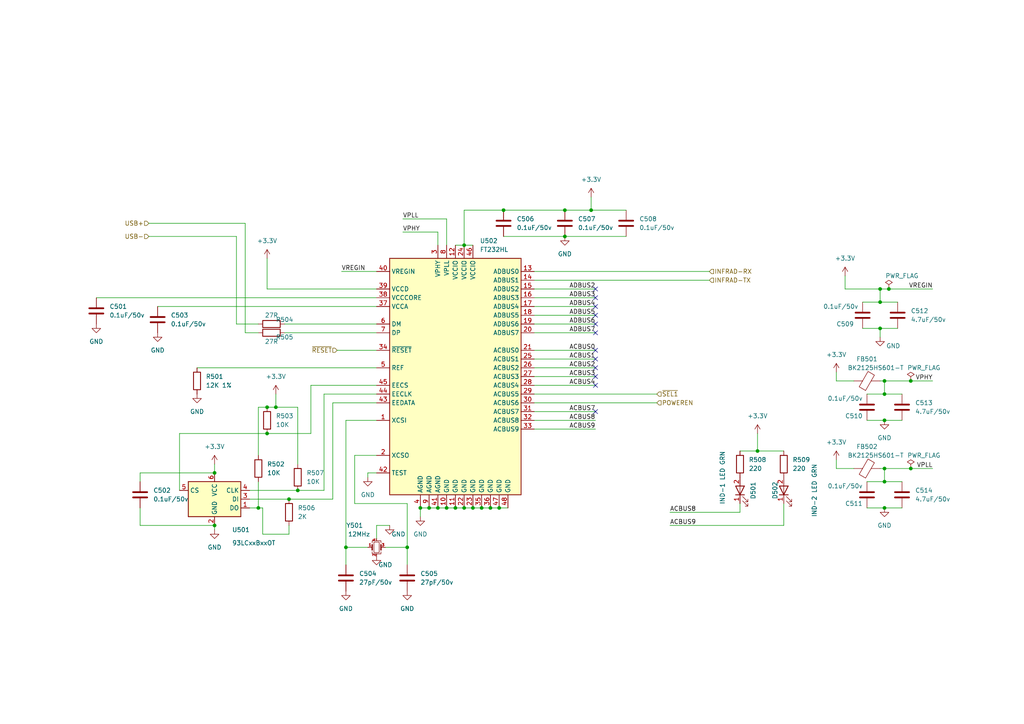
<source format=kicad_sch>
(kicad_sch (version 20230121) (generator eeschema)
  (paper "A4")
  (title_block (title "SDMUX-V4 SDCARD") (date "2023-04-26") (rev "Rev4") (company "HNZ") (comment 1 "Licensed under CC-BY-SA V4.0") (comment 2 "2023 (C) Hiroshi Nakajima <hnakamiru1103@gmail.com>"))
  (lib_symbols
    (symbol "Device:C" (pin_numbers hide) (pin_names (offset 0.254))
      (property "Reference" "C" (at 0.635 2.54 0))
      (property "Value" "C" (at 0.635 -2.54 0))
      (symbol "C_0_1"
        (polyline (pts (xy -2.032 -0.762) (xy 2.032 -0.762)) (stroke (width 0.508)))
        (polyline (pts (xy -2.032 0.762) (xy 2.032 0.762)) (stroke (width 0.508)))
      )
      (symbol "C_1_1"
        (pin passive line (at 0 3.81 270) (length 2.794) (name "~") (number "1"))
        (pin passive line (at 0 -3.81 90) (length 2.794) (name "~") (number "2"))
      )
    )
    (symbol "Device:FerriteBead" (pin_numbers hide) (pin_names (offset 0))
      (property "Reference" "FB" (at -3.81 0.635 90))
      (property "Value" "FerriteBead" (at 3.81 0 90))
      (symbol "FerriteBead_0_1"
        (polyline (pts (xy 0 -1.27) (xy 0 -1.2192)))
        (polyline (pts (xy 0 1.27) (xy 0 1.2954)))
        (polyline (pts (xy -2.7686 0.4064) (xy -1.7018 2.2606) (xy 2.7686 -0.3048) (xy 1.6764 -2.159) (xy -2.7686 0.4064)))
      )
      (symbol "FerriteBead_1_1"
        (pin passive line (at 0 3.81 270) (length 2.54) (name "~") (number "1"))
        (pin passive line (at 0 -3.81 90) (length 2.54) (name "~") (number "2"))
      )
    )
    (symbol "Device:LED" (pin_names (offset 1.016) hide)
      (property "Reference" "D" (at 0 2.54 0))
      (property "Value" "LED" (at 0 -2.54 0))
      (symbol "LED_0_1"
        (polyline (pts (xy -1.27 -1.27) (xy -1.27 1.27)) (stroke (width 0.254)))
        (polyline (pts (xy -1.27 0) (xy 1.27 0)))
        (polyline (pts (xy 1.27 -1.27) (xy 1.27 1.27) (xy -1.27 0) (xy 1.27 -1.27)) (stroke (width 0.254)))
        (polyline (pts (xy -3.048 -0.762) (xy -4.572 -2.286) (xy -3.81 -2.286) (xy -4.572 -2.286) (xy -4.572 -1.524)))
        (polyline (pts (xy -1.778 -0.762) (xy -3.302 -2.286) (xy -2.54 -2.286) (xy -3.302 -2.286) (xy -3.302 -1.524)))
      )
      (symbol "LED_1_1"
        (pin passive line (at -3.81 0 0) (length 2.54) (name "K") (number "1"))
        (pin passive line (at 3.81 0 180) (length 2.54) (name "A") (number "2"))
      )
    )
    (symbol "Device:R" (pin_numbers hide) (pin_names (offset 0))
      (property "Reference" "R" (at 2.032 0 90))
      (property "Value" "R" (at 0 0 90))
      (symbol "R_0_1"
        (rectangle (start -1.016 -2.54) (end 1.016 2.54) (stroke (width 0.254)))
      )
      (symbol "R_1_1"
        (pin passive line (at 0 3.81 270) (length 1.27) (name "~") (number "1"))
        (pin passive line (at 0 -3.81 90) (length 1.27) (name "~") (number "2"))
      )
    )
    (symbol "Memory_EEPROM:93LCxxBxxOT"
      (property "Reference" "U" (at -6.35 6.35 0))
      (property "Value" "93LCxxBxxOT" (at 7.62 -6.35 0))
      (symbol "93LCxxBxxOT_0_1"
        (rectangle (start -7.62 5.08) (end 7.62 -5.08) (stroke (width 0.254)) (fill (type background)))
      )
      (symbol "93LCxxBxxOT_1_1"
        (pin tri_state line (at 10.16 -2.54 180) (length 2.54) (name "DO") (number "1"))
        (pin power_in line (at 0 -7.62 90) (length 2.54) (name "GND") (number "2"))
        (pin input line (at 10.16 0 180) (length 2.54) (name "DI") (number "3"))
        (pin input line (at 10.16 2.54 180) (length 2.54) (name "CLK") (number "4"))
        (pin input line (at -10.16 2.54 0) (length 2.54) (name "CS") (number "5"))
        (pin power_in line (at 0 7.62 270) (length 2.54) (name "VCC") (number "6"))
      )
    )
    (symbol "power:+3.3V" (power) (pin_names (offset 0))
      (property "Value" "+3.3V" (at 0 3.556 0))
      (symbol "+3.3V_0_1"
        (polyline (pts (xy -0.762 1.27) (xy 0 2.54)))
        (polyline (pts (xy 0 0) (xy 0 2.54)))
        (polyline (pts (xy 0 2.54) (xy 0.762 1.27)))
      )
      (symbol "+3.3V_1_1"
        (pin power_in line (at 0 0 90) (length 0) hide (name "+3.3V") (number "1"))
      )
    )
    (symbol "power:GND" (power) (pin_numbers hide) (pin_names (offset 0) hide)
      (property "Value" "GND" (at 0 -3.81 0))
      (symbol "GND_0_1"
        (polyline (pts (xy 0 0) (xy 0 -1.27) (xy 1.27 -1.27) (xy 0 -2.54) (xy -1.27 -1.27) (xy 0 -1.27)))
      )
      (symbol "GND_1_1"
        (pin power_in line (at 0 0 270) (length 0) hide (name "GND") (number "1"))
      )
    )
    (symbol "power:PWR_FLAG" (power) (pin_numbers hide) (pin_names (offset 0) hide)
      (property "Value" "PWR_FLAG" (at 0 3.81 0))
      (symbol "PWR_FLAG_0_0"
        (pin power_out line (at 0 0 90) (length 0) (name "pwr") (number "1"))
      )
      (symbol "PWR_FLAG_0_1"
        (polyline (pts (xy 0 0) (xy 0 1.27) (xy -1.016 1.905) (xy 0 2.54) (xy 1.016 1.905) (xy 0 1.27)))
      )
    )
    (symbol "tbctl:12MHz" (pin_names (offset 1.016) hide)
      (property "Reference" "Y" (at 1.27 4.445 0))
      (property "Value" "12MHz" (at 1.27 2.54 0))
      (symbol "12MHz_0_1"
        (rectangle (start -0.762 -1.524) (end 0.762 1.524))
        (polyline (pts (xy -1.27 -0.762) (xy -1.27 0.762)) (stroke (width 0.381)))
        (polyline (pts (xy 1.27 -0.762) (xy 1.27 0.762)) (stroke (width 0.381)))
        (polyline (pts (xy -1.27 -1.27) (xy -1.27 -1.905) (xy 1.27 -1.905) (xy 1.27 -1.27)))
        (polyline (pts (xy -1.27 1.27) (xy -1.27 1.905) (xy 1.27 1.905) (xy 1.27 1.27)))
      )
      (symbol "12MHz_1_1"
        (pin passive line (at -2.54 0 0) (length 1.27) (name "1") (number "1"))
        (pin passive line (at 0 -2.54 90) (length 0.635) (name "2") (number "2"))
        (pin passive line (at 2.54 0 180) (length 1.27) (name "3") (number "3"))
        (pin passive line (at 0 2.54 270) (length 0.635) (name "4") (number "4"))
      )
    )
    (symbol "tbctl:FT232HL"
      (property "Reference" "U" (at -19.05 35.56 0))
      (property "Value" "FT232HL" (at 12.7 35.56 0))
      (symbol "FT232HL_0_1"
        (rectangle (start -19.05 34.29) (end 19.05 -34.29) (stroke (width 0.254)) (fill (type background)))
      )
      (symbol "FT232HL_1_1"
        (pin input line (at -22.86 -12.7 0) (length 3.81) (name "XCSI") (number "1"))
        (pin power_in line (at -2.54 -38.1 90) (length 3.81) (name "GND") (number "10"))
        (pin power_in line (at 0 -38.1 90) (length 3.81) (name "GND") (number "11"))
        (pin power_in line (at 0 38.1 270) (length 3.81) (name "VCCIO") (number "12"))
        (pin bidirectional line (at 22.86 30.48 180) (length 3.81) (name "ADBUS0") (number "13"))
        (pin bidirectional line (at 22.86 27.94 180) (length 3.81) (name "ADBUS1") (number "14"))
        (pin bidirectional line (at 22.86 25.4 180) (length 3.81) (name "ADBUS2") (number "15"))
        (pin bidirectional line (at 22.86 22.86 180) (length 3.81) (name "ADBUS3") (number "16"))
        (pin bidirectional line (at 22.86 20.32 180) (length 3.81) (name "ADBUS4") (number "17"))
        (pin bidirectional line (at 22.86 17.78 180) (length 3.81) (name "ADBUS5") (number "18"))
        (pin bidirectional line (at 22.86 15.24 180) (length 3.81) (name "ADBUS6") (number "19"))
        (pin output line (at -22.86 -22.86 0) (length 3.81) (name "XCSO") (number "2"))
        (pin bidirectional line (at 22.86 12.7 180) (length 3.81) (name "ADBUS7") (number "20"))
        (pin bidirectional line (at 22.86 7.62 180) (length 3.81) (name "ACBUS0") (number "21"))
        (pin power_in line (at 2.54 -38.1 90) (length 3.81) (name "GND") (number "22"))
        (pin power_in line (at 5.08 -38.1 90) (length 3.81) (name "GND") (number "23"))
        (pin power_in line (at 2.54 38.1 270) (length 3.81) (name "VCCIO") (number "24"))
        (pin bidirectional line (at 22.86 5.08 180) (length 3.81) (name "ACBUS1") (number "25"))
        (pin bidirectional line (at 22.86 2.54 180) (length 3.81) (name "ACBUS2") (number "26"))
        (pin bidirectional line (at 22.86 0 180) (length 3.81) (name "ACBUS3") (number "27"))
        (pin bidirectional line (at 22.86 -2.54 180) (length 3.81) (name "ACBUS4") (number "28"))
        (pin bidirectional line (at 22.86 -5.08 180) (length 3.81) (name "ACBUS5") (number "29"))
        (pin power_in line (at -5.08 38.1 270) (length 3.81) (name "VPHY") (number "3"))
        (pin bidirectional line (at 22.86 -7.62 180) (length 3.81) (name "ACBUS6") (number "30"))
        (pin bidirectional line (at 22.86 -10.16 180) (length 3.81) (name "ACBUS7") (number "31"))
        (pin bidirectional line (at 22.86 -12.7 180) (length 3.81) (name "ACBUS8") (number "32"))
        (pin bidirectional line (at 22.86 -15.24 180) (length 3.81) (name "ACBUS9") (number "33"))
        (pin input line (at -22.86 7.62 0) (length 3.81) (name "~{RESET}") (number "34"))
        (pin power_in line (at 7.62 -38.1 90) (length 3.81) (name "GND") (number "35"))
        (pin power_in line (at 10.16 -38.1 90) (length 3.81) (name "GND") (number "36"))
        (pin power_out line (at -22.86 20.32 0) (length 3.81) (name "VCCA") (number "37"))
        (pin power_out line (at -22.86 22.86 0) (length 3.81) (name "VCCCORE") (number "38"))
        (pin power_in line (at -22.86 25.4 0) (length 3.81) (name "VCCD") (number "39"))
        (pin power_in line (at -10.16 -38.1 90) (length 3.81) (name "AGND") (number "4"))
        (pin power_in line (at -22.86 30.48 0) (length 3.81) (name "VREGIN") (number "40"))
        (pin power_in line (at -5.08 -38.1 90) (length 3.81) (name "AGND") (number "41"))
        (pin input line (at -22.86 -27.94 0) (length 3.81) (name "TEST") (number "42"))
        (pin bidirectional line (at -22.86 -7.62 0) (length 3.81) (name "EEDATA") (number "43"))
        (pin input line (at -22.86 -5.08 0) (length 3.81) (name "EECLK") (number "44"))
        (pin input line (at -22.86 -2.54 0) (length 3.81) (name "EECS") (number "45"))
        (pin power_in line (at 5.08 38.1 270) (length 3.81) (name "VCCIO") (number "46"))
        (pin power_in line (at 12.7 -38.1 90) (length 3.81) (name "GND") (number "47"))
        (pin power_in line (at 15.24 -38.1 90) (length 3.81) (name "GND") (number "48"))
        (pin input line (at -22.86 2.54 0) (length 3.81) (name "REF") (number "5"))
        (pin bidirectional line (at -22.86 15.24 0) (length 3.81) (name "DM") (number "6"))
        (pin bidirectional line (at -22.86 12.7 0) (length 3.81) (name "DP") (number "7"))
        (pin power_in line (at -2.54 38.1 270) (length 3.81) (name "VPLL") (number "8"))
        (pin power_in line (at -7.62 -38.1 90) (length 3.81) (name "AGND") (number "9"))
      )
    )
  )
  (junction (at 144.78 147.32))
  (junction (at 256.54 147.32))
  (junction (at 256.54 139.7))
  (junction (at 163.83 60.96))
  (junction (at 163.83 68.58))
  (junction (at 74.93 147.32))
  (junction (at 137.16 147.32))
  (junction (at 257.81 83.82))
  (junction (at 134.62 71.12))
  (junction (at 256.54 121.92))
  (junction (at 121.92 147.32))
  (junction (at 118.11 158.75))
  (junction (at 62.23 137.16))
  (junction (at 264.16 110.49))
  (junction (at 255.27 95.25))
  (junction (at 62.23 152.4))
  (junction (at 132.08 147.32))
  (junction (at 134.62 147.32))
  (junction (at 83.82 144.78))
  (junction (at 256.54 110.49))
  (junction (at 256.54 114.3))
  (junction (at 142.24 147.32))
  (junction (at 124.46 147.32))
  (junction (at 139.7 147.32))
  (junction (at 80.01 118.11))
  (junction (at 127 147.32))
  (junction (at 255.27 87.63))
  (junction (at 171.45 60.96))
  (junction (at 256.54 135.89))
  (junction (at 255.27 83.82))
  (junction (at 86.36 142.24))
  (junction (at 129.54 147.32))
  (junction (at 264.16 135.89))
  (junction (at 146.05 60.96))
  (junction (at 100.33 158.75))
  (junction (at 219.71 130.81))
  (junction (at 77.47 118.11))
  (junction (at 77.47 125.73))
  (no_connect (at 172.72 88.9))
  (no_connect (at 172.72 111.76))
  (no_connect (at 172.72 93.98))
  (no_connect (at 172.72 119.38))
  (no_connect (at 172.72 109.22))
  (no_connect (at 172.72 83.82))
  (no_connect (at 172.72 106.68))
  (no_connect (at 172.72 104.14))
  (no_connect (at 172.72 101.6))
  (no_connect (at 172.72 91.44))
  (no_connect (at 172.72 86.36))
  (no_connect (at 172.72 96.52))
  (wire (pts (xy 214.63 130.81) (xy 219.71 130.81)))
  (wire (pts (xy 57.15 106.68) (xy 109.22 106.68)))
  (wire (pts (xy 251.46 114.3) (xy 256.54 114.3)))
  (wire (pts (xy 146.05 68.58) (xy 163.83 68.58)))
  (wire (pts (xy 62.23 134.62) (xy 62.23 137.16)))
  (wire (pts (xy 76.2 154.94) (xy 76.2 147.32)))
  (wire (pts (xy 27.94 86.36) (xy 109.22 86.36)))
  (wire (pts (xy 80.01 114.3) (xy 80.01 118.11)))
  (wire (pts (xy 247.65 110.49) (xy 242.57 110.49)))
  (wire (pts (xy 194.31 148.59) (xy 214.63 148.59)))
  (wire (pts (xy 247.65 135.89) (xy 242.57 135.89)))
  (wire (pts (xy 154.94 109.22) (xy 172.72 109.22)))
  (wire (pts (xy 242.57 135.89) (xy 242.57 133.35)))
  (wire (pts (xy 129.54 63.5) (xy 129.54 71.12)))
  (wire (pts (xy 154.94 101.6) (xy 172.72 101.6)))
  (wire (pts (xy 109.22 152.4) (xy 109.22 156.21)))
  (wire (pts (xy 83.82 152.4) (xy 83.82 154.94)))
  (wire (pts (xy 194.31 152.4) (xy 227.33 152.4)))
  (wire (pts (xy 90.17 125.73) (xy 77.47 125.73)))
  (wire (pts (xy 106.68 137.16) (xy 106.68 138.43)))
  (wire (pts (xy 90.17 111.76) (xy 90.17 125.73)))
  (wire (pts (xy 257.81 83.82) (xy 255.27 83.82)))
  (wire (pts (xy 118.11 146.05) (xy 118.11 158.75)))
  (wire (pts (xy 134.62 71.12) (xy 137.16 71.12)))
  (wire (pts (xy 154.94 83.82) (xy 172.72 83.82)))
  (wire (pts (xy 154.94 91.44) (xy 172.72 91.44)))
  (wire (pts (xy 74.93 139.7) (xy 74.93 147.32)))
  (wire (pts (xy 68.58 93.98) (xy 68.58 68.58)))
  (wire (pts (xy 255.27 83.82) (xy 245.11 83.82)))
  (wire (pts (xy 146.05 60.96) (xy 134.62 60.96)))
  (wire (pts (xy 134.62 60.96) (xy 134.62 71.12)))
  (wire (pts (xy 102.87 132.08) (xy 102.87 146.05)))
  (wire (pts (xy 72.39 142.24) (xy 86.36 142.24)))
  (wire (pts (xy 139.7 147.32) (xy 142.24 147.32)))
  (wire (pts (xy 154.94 124.46) (xy 172.72 124.46)))
  (wire (pts (xy 77.47 118.11) (xy 80.01 118.11)))
  (wire (pts (xy 250.19 95.25) (xy 255.27 95.25)))
  (wire (pts (xy 121.92 147.32) (xy 124.46 147.32)))
  (wire (pts (xy 96.52 116.84) (xy 96.52 144.78)))
  (wire (pts (xy 163.83 68.58) (xy 181.61 68.58)))
  (wire (pts (xy 77.47 83.82) (xy 109.22 83.82)))
  (wire (pts (xy 171.45 60.96) (xy 163.83 60.96)))
  (wire (pts (xy 255.27 83.82) (xy 255.27 87.63)))
  (wire (pts (xy 93.98 114.3) (xy 93.98 142.24)))
  (wire (pts (xy 264.16 110.49) (xy 270.51 110.49)))
  (wire (pts (xy 86.36 142.24) (xy 93.98 142.24)))
  (wire (pts (xy 132.08 71.12) (xy 134.62 71.12)))
  (wire (pts (xy 129.54 147.32) (xy 132.08 147.32)))
  (wire (pts (xy 71.12 96.52) (xy 71.12 64.77)))
  (wire (pts (xy 99.06 78.74) (xy 109.22 78.74)))
  (wire (pts (xy 255.27 95.25) (xy 260.35 95.25)))
  (wire (pts (xy 154.94 81.28) (xy 205.74 81.28)))
  (wire (pts (xy 82.55 96.52) (xy 109.22 96.52)))
  (wire (pts (xy 93.98 114.3) (xy 109.22 114.3)))
  (wire (pts (xy 227.33 146.05) (xy 227.33 152.4)))
  (wire (pts (xy 154.94 78.74) (xy 205.74 78.74)))
  (wire (pts (xy 43.18 68.58) (xy 68.58 68.58)))
  (wire (pts (xy 86.36 134.62) (xy 86.36 118.11)))
  (wire (pts (xy 76.2 147.32) (xy 74.93 147.32)))
  (wire (pts (xy 255.27 87.63) (xy 260.35 87.63)))
  (wire (pts (xy 251.46 121.92) (xy 256.54 121.92)))
  (wire (pts (xy 127 67.31) (xy 127 71.12)))
  (wire (pts (xy 109.22 116.84) (xy 96.52 116.84)))
  (wire (pts (xy 127 147.32) (xy 129.54 147.32)))
  (wire (pts (xy 154.94 114.3) (xy 190.5 114.3)))
  (wire (pts (xy 74.93 132.08) (xy 74.93 118.11)))
  (wire (pts (xy 77.47 125.73) (xy 52.07 125.73)))
  (wire (pts (xy 256.54 114.3) (xy 256.54 110.49)))
  (wire (pts (xy 256.54 135.89) (xy 264.16 135.89)))
  (wire (pts (xy 154.94 88.9) (xy 172.72 88.9)))
  (wire (pts (xy 83.82 144.78) (xy 96.52 144.78)))
  (wire (pts (xy 242.57 110.49) (xy 242.57 107.95)))
  (wire (pts (xy 256.54 147.32) (xy 261.62 147.32)))
  (wire (pts (xy 102.87 146.05) (xy 118.11 146.05)))
  (wire (pts (xy 255.27 110.49) (xy 256.54 110.49)))
  (wire (pts (xy 256.54 121.92) (xy 261.62 121.92)))
  (wire (pts (xy 154.94 116.84) (xy 190.5 116.84)))
  (wire (pts (xy 270.51 83.82) (xy 257.81 83.82)))
  (wire (pts (xy 181.61 60.96) (xy 171.45 60.96)))
  (wire (pts (xy 256.54 114.3) (xy 261.62 114.3)))
  (wire (pts (xy 76.2 154.94) (xy 83.82 154.94)))
  (wire (pts (xy 62.23 153.67) (xy 62.23 152.4)))
  (wire (pts (xy 71.12 96.52) (xy 74.93 96.52)))
  (wire (pts (xy 40.64 137.16) (xy 40.64 139.7)))
  (wire (pts (xy 109.22 132.08) (xy 102.87 132.08)))
  (wire (pts (xy 154.94 119.38) (xy 172.72 119.38)))
  (wire (pts (xy 52.07 125.73) (xy 52.07 142.24)))
  (wire (pts (xy 134.62 147.32) (xy 137.16 147.32)))
  (wire (pts (xy 72.39 144.78) (xy 83.82 144.78)))
  (wire (pts (xy 163.83 60.96) (xy 146.05 60.96)))
  (wire (pts (xy 113.03 152.4) (xy 109.22 152.4)))
  (wire (pts (xy 97.79 101.6) (xy 109.22 101.6)))
  (wire (pts (xy 40.64 152.4) (xy 62.23 152.4)))
  (wire (pts (xy 68.58 93.98) (xy 74.93 93.98)))
  (wire (pts (xy 154.94 104.14) (xy 172.72 104.14)))
  (wire (pts (xy 111.76 158.75) (xy 118.11 158.75)))
  (wire (pts (xy 154.94 96.52) (xy 172.72 96.52)))
  (wire (pts (xy 74.93 118.11) (xy 77.47 118.11)))
  (wire (pts (xy 90.17 111.76) (xy 109.22 111.76)))
  (wire (pts (xy 124.46 147.32) (xy 127 147.32)))
  (wire (pts (xy 118.11 158.75) (xy 118.11 163.83)))
  (wire (pts (xy 154.94 93.98) (xy 172.72 93.98)))
  (wire (pts (xy 116.84 63.5) (xy 129.54 63.5)))
  (wire (pts (xy 144.78 147.32) (xy 147.32 147.32)))
  (wire (pts (xy 255.27 97.79) (xy 255.27 95.25)))
  (wire (pts (xy 154.94 106.68) (xy 172.72 106.68)))
  (wire (pts (xy 121.92 149.86) (xy 121.92 147.32)))
  (wire (pts (xy 245.11 80.01) (xy 245.11 83.82)))
  (wire (pts (xy 154.94 86.36) (xy 172.72 86.36)))
  (wire (pts (xy 219.71 130.81) (xy 227.33 130.81)))
  (wire (pts (xy 77.47 74.93) (xy 77.47 83.82)))
  (wire (pts (xy 256.54 110.49) (xy 264.16 110.49)))
  (wire (pts (xy 142.24 147.32) (xy 144.78 147.32)))
  (wire (pts (xy 256.54 139.7) (xy 256.54 135.89)))
  (wire (pts (xy 40.64 147.32) (xy 40.64 152.4)))
  (wire (pts (xy 109.22 137.16) (xy 106.68 137.16)))
  (wire (pts (xy 100.33 158.75) (xy 100.33 163.83)))
  (wire (pts (xy 45.72 88.9) (xy 109.22 88.9)))
  (wire (pts (xy 255.27 135.89) (xy 256.54 135.89)))
  (wire (pts (xy 154.94 111.76) (xy 172.72 111.76)))
  (wire (pts (xy 74.93 147.32) (xy 72.39 147.32)))
  (wire (pts (xy 109.22 121.92) (xy 100.33 121.92)))
  (wire (pts (xy 100.33 121.92) (xy 100.33 158.75)))
  (wire (pts (xy 43.18 64.77) (xy 71.12 64.77)))
  (wire (pts (xy 264.16 135.89) (xy 270.51 135.89)))
  (wire (pts (xy 132.08 147.32) (xy 134.62 147.32)))
  (wire (pts (xy 100.33 158.75) (xy 106.68 158.75)))
  (wire (pts (xy 214.63 146.05) (xy 214.63 148.59)))
  (wire (pts (xy 256.54 139.7) (xy 261.62 139.7)))
  (wire (pts (xy 116.84 67.31) (xy 127 67.31)))
  (wire (pts (xy 250.19 87.63) (xy 255.27 87.63)))
  (wire (pts (xy 154.94 121.92) (xy 172.72 121.92)))
  (wire (pts (xy 251.46 147.32) (xy 256.54 147.32)))
  (wire (pts (xy 251.46 139.7) (xy 256.54 139.7)))
  (wire (pts (xy 219.71 125.73) (xy 219.71 130.81)))
  (wire (pts (xy 62.23 137.16) (xy 40.64 137.16)))
  (wire (pts (xy 137.16 147.32) (xy 139.7 147.32)))
  (wire (pts (xy 171.45 57.15) (xy 171.45 60.96)))
  (wire (pts (xy 82.55 93.98) (xy 109.22 93.98)))
  (wire (pts (xy 80.01 118.11) (xy 86.36 118.11)))
  (label "VREGIN" (at 270.51 83.82 180))
  (label "ACBUS8" (at 165.1 121.92 0))
  (label "ACBUS9" (at 165.1 124.46 0))
  (label "ACBUS8" (at 194.31 148.59 0))
  (label "ADBUS3" (at 165.1 86.36 0))
  (label "ACBUS1" (at 165.1 104.14 0))
  (label "ADBUS4" (at 165.1 88.9 0))
  (label "ACBUS0" (at 165.1 101.6 0))
  (label "VPLL" (at 116.84 63.5 0))
  (label "ACBUS9" (at 194.31 152.4 0))
  (label "ADBUS6" (at 165.1 93.98 0))
  (label "ADBUS7" (at 165.1 96.52 0))
  (label "ACBUS4" (at 165.1 111.76 0))
  (label "ADBUS5" (at 165.1 91.44 0))
  (label "ADBUS2" (at 165.1 83.82 0))
  (label "VPLL" (at 270.51 135.89 180))
  (label "VREGIN" (at 99.06 78.74 0))
  (label "ACBUS7" (at 165.1 119.38 0))
  (label "VPHY" (at 116.84 67.31 0))
  (label "ACBUS3" (at 165.1 109.22 0))
  (label "ACBUS2" (at 165.1 106.68 0))
  (label "VPHY" (at 270.51 110.49 180))
  (hierarchical_label "INFRAD-TX" (shape input) (at 205.74 81.28 0))
  (hierarchical_label "USB+" (shape input) (at 43.18 64.77 180))
  (hierarchical_label "~{SEL1}" (shape input) (at 190.5 114.3 0))
  (hierarchical_label "POWEREN" (shape input) (at 190.5 116.84 0))
  (hierarchical_label "USB-" (shape input) (at 43.18 68.58 180))
  (hierarchical_label "~{RESET}" (shape input) (at 97.79 101.6 180))
  (hierarchical_label "INFRAD-RX" (shape input) (at 205.74 78.74 0))
  (symbol (lib_id "power:PWR_FLAG") (at 264.16 135.89 0) (unit 1)
    (property "Reference" "#FLG0503" (effects hide))
    (property "Value" "PWR_FLAG" (at 267.97 132.08 0))
  )
  (symbol (lib_id "Device:R") (at 77.47 121.92 0) (unit 1)
    (property "Reference" "R503" (at 80.01 120.6499 0) (effects (justify left)))
    (property "Value" "10K" (at 80.01 123.1899 0) (effects (justify left)))
    (property "Footprint" "tbctl:R_0805_2012Metric_Pad1.20x1.40mm_HandSolder" (effects hide))
  )
  (symbol (lib_id "power:+3.3V") (at 62.23 134.62 0) (unit 1)
    (property "Reference" "#PWR0504" (effects hide))
    (property "Value" "+3.3V" (at 62.23 129.54 0))
  )
  (symbol (lib_id "power:+3.3V") (at 219.71 125.73 0) (unit 1)
    (property "Reference" "#PWR0516" (effects hide))
    (property "Value" "+3.3V" (at 219.71 120.65 0))
  )
  (symbol (lib_id "power:PWR_FLAG") (at 264.16 110.49 0) (unit 1)
    (property "Reference" "#FLG0502" (effects hide))
    (property "Value" "PWR_FLAG" (at 267.97 106.68 0))
  )
  (symbol (lib_id "power:+3.3V") (at 242.57 107.95 0) (unit 1)
    (property "Reference" "#PWR0517" (effects hide))
    (property "Value" "+3.3V" (at 242.57 102.87 0))
  )
  (symbol (lib_id "Device:FerriteBead") (at 251.46 135.89 90) (unit 1)
    (property "Reference" "FB502" (at 251.46 129.54 90))
    (property "Value" "BK2125HS601-T" (at 254 132.08 90))
    (property "Footprint" "Inductor_SMD:L_0805_2012Metric_Pad1.15x1.40mm_HandSolder" (effects hide))
  )
  (symbol (lib_id "Device:C") (at 181.61 64.77 0) (unit 1)
    (property "Reference" "C508" (at 185.42 63.4999 0) (effects (justify left)))
    (property "Value" "0.1uF/50v" (at 185.42 66.0399 0) (effects (justify left)))
    (property "Footprint" "Capacitor_SMD:C_0603_1608Metric_Pad1.08x0.95mm_HandSolder" (effects hide))
  )
  (symbol (lib_id "Device:C") (at 45.72 92.71 0) (unit 1)
    (property "Reference" "C503" (at 49.53 91.4399 0) (effects (justify left)))
    (property "Value" "0.1uF/50v" (at 49.53 93.9799 0) (effects (justify left)))
    (property "Footprint" "Capacitor_SMD:C_0603_1608Metric_Pad1.08x0.95mm_HandSolder" (effects hide))
  )
  (symbol (lib_id "Device:R") (at 57.15 110.49 0) (unit 1)
    (property "Reference" "R501" (at 59.69 109.2199 0) (effects (justify left)))
    (property "Value" "12K 1%" (at 59.69 111.7599 0) (effects (justify left)))
    (property "Footprint" "tbctl:R_0805_2012Metric_Pad1.20x1.40mm_HandSolder" (effects hide))
  )
  (symbol (lib_id "power:GND") (at 256.54 121.92 0) (unit 1)
    (property "Reference" "#PWR0521" (effects hide))
    (property "Value" "GND" (at 256.54 127 0))
  )
  (symbol (lib_id "Device:R") (at 83.82 148.59 0) (unit 1)
    (property "Reference" "R506" (at 86.36 147.3199 0) (effects (justify left)))
    (property "Value" "2K" (at 86.36 149.8599 0) (effects (justify left)))
    (property "Footprint" "tbctl:R_0805_2012Metric_Pad1.20x1.40mm_HandSolder" (effects hide))
  )
  (symbol (lib_id "Device:C") (at 260.35 91.44 0) (unit 1)
    (property "Reference" "C512" (at 264.16 90.1699 0) (effects (justify left)))
    (property "Value" "4.7uF/50v" (at 264.16 92.7099 0) (effects (justify left)))
    (property "Footprint" "Capacitor_SMD:C_0805_2012Metric_Pad1.18x1.45mm_HandSolder" (effects hide))
  )
  (symbol (lib_id "Device:R") (at 78.74 96.52 90) (unit 1)
    (property "Reference" "R505" (at 82.55 97.79 90))
    (property "Value" "27R" (at 78.74 99.06 90))
    (property "Footprint" "Resistor_SMD:R_0603_1608Metric_Pad0.98x0.95mm_HandSolder" (effects hide))
  )
  (symbol (lib_id "power:GND") (at 255.27 97.79 0) (unit 1)
    (property "Reference" "#PWR0520" (effects hide))
    (property "Value" "GND" (at 259.08 100.33 0))
  )
  (symbol (lib_id "tbctl:12MHz") (at 109.22 158.75 0) (unit 1)
    (property "Reference" "Y501" (at 102.87 152.4 0))
    (property "Value" "12MHz" (at 104.14 154.94 0))
    (property "Footprint" "Crystal:Crystal_SMD_3225-4Pin_3.2x2.5mm" (effects hide))
  )
  (symbol (lib_id "Device:R") (at 78.74 93.98 90) (unit 1)
    (property "Reference" "R504" (at 82.55 92.71 90))
    (property "Value" "27R" (at 78.74 91.44 90))
    (property "Footprint" "Resistor_SMD:R_0603_1608Metric_Pad0.98x0.95mm_HandSolder" (effects hide))
  )
  (symbol (lib_id "Device:R") (at 227.33 134.62 0) (unit 1)
    (property "Reference" "R509" (at 229.87 133.3499 0) (effects (justify left)))
    (property "Value" "220" (at 229.87 135.8899 0) (effects (justify left)))
    (property "Footprint" "tbctl:R_0805_2012Metric_Pad1.20x1.40mm_HandSolder" (effects hide))
  )
  (symbol (lib_id "power:PWR_FLAG") (at 257.81 83.82 0) (unit 1)
    (property "Reference" "#FLG0501" (effects hide))
    (property "Value" "PWR_FLAG" (at 261.62 80.01 0))
  )
  (symbol (lib_id "Device:LED") (at 227.33 142.24 90) (unit 1)
    (property "Reference" "D502" (at 224.79 142.24 0))
    (property "Value" "IND-2 LED GRN" (at 236.22 142.24 0))
    (property "Footprint" "tbctl:LED_0603_1608Metric_Pad1.05x0.95mm_HandSolder" (effects hide))
  )
  (symbol (lib_id "power:GND") (at 100.33 171.45 0) (unit 1)
    (property "Reference" "#PWR0508" (effects hide))
    (property "Value" "GND" (at 100.33 176.53 0))
  )
  (symbol (lib_id "power:+3.3V") (at 245.11 80.01 0) (unit 1)
    (property "Reference" "#PWR0519" (effects hide))
    (property "Value" "+3.3V" (at 245.11 74.93 0))
  )
  (symbol (lib_id "Device:C") (at 251.46 143.51 0) (unit 1)
    (property "Reference" "C511" (at 245.11 146.05 0) (effects (justify left)))
    (property "Value" "0.1uF/50v" (at 240.03 140.97 0) (effects (justify left)))
    (property "Footprint" "Capacitor_SMD:C_0603_1608Metric_Pad1.08x0.95mm_HandSolder" (effects hide))
  )
  (symbol (lib_id "power:GND") (at 113.03 152.4 0) (unit 1)
    (property "Reference" "#PWR0511" (effects hide))
    (property "Value" "GND" (at 115.57 154.94 0))
  )
  (symbol (lib_id "Device:C") (at 27.94 90.17 0) (unit 1)
    (property "Reference" "C501" (at 31.75 88.8999 0) (effects (justify left)))
    (property "Value" "0.1uF/50v" (at 31.75 91.4399 0) (effects (justify left)))
    (property "Footprint" "Capacitor_SMD:C_0603_1608Metric_Pad1.08x0.95mm_HandSolder" (effects hide))
  )
  (symbol (lib_id "power:GND") (at 106.68 138.43 0) (unit 1)
    (property "Reference" "#PWR0509" (effects hide))
    (property "Value" "GND" (at 106.68 143.51 0))
  )
  (symbol (lib_id "Device:R") (at 74.93 135.89 0) (unit 1)
    (property "Reference" "R502" (at 77.47 134.6199 0) (effects (justify left)))
    (property "Value" "10K" (at 77.47 137.1599 0) (effects (justify left)))
    (property "Footprint" "tbctl:R_0805_2012Metric_Pad1.20x1.40mm_HandSolder" (effects hide))
  )
  (symbol (lib_id "power:GND") (at 62.23 153.67 0) (unit 1)
    (property "Reference" "#PWR0505" (effects hide))
    (property "Value" "GND" (at 62.23 158.75 0))
  )
  (symbol (lib_id "power:+3.3V") (at 77.47 74.93 0) (unit 1)
    (property "Reference" "#PWR0506" (effects hide))
    (property "Value" "+3.3V" (at 77.47 69.85 0))
  )
  (symbol (lib_id "tbctl:FT232HL") (at 132.08 109.22 0) (unit 1)
    (property "Reference" "U502" (at 139.1794 69.85 0) (effects (justify left)))
    (property "Value" "FT232HL" (at 139.1794 72.39 0) (effects (justify left)))
    (property "Footprint" "Package_QFP:LQFP-48_7x7mm_P0.5mm" (effects hide))
    (property "Datasheet" "https://www.ftdichip.com/Support/Documents/DataSheets/ICs/DS_FT232H.pdf" (effects hide))
  )
  (symbol (lib_id "Device:C") (at 250.19 91.44 0) (unit 1)
    (property "Reference" "C509" (at 242.57 93.98 0) (effects (justify left)))
    (property "Value" "0.1uF/50v" (at 238.76 88.9 0) (effects (justify left)))
    (property "Footprint" "Capacitor_SMD:C_0603_1608Metric_Pad1.08x0.95mm_HandSolder" (effects hide))
  )
  (symbol (lib_id "power:GND") (at 121.92 149.86 0) (unit 1)
    (property "Reference" "#PWR0513" (effects hide))
    (property "Value" "GND" (at 121.92 154.94 0))
  )
  (symbol (lib_id "power:GND") (at 57.15 114.3 0) (unit 1)
    (property "Reference" "#PWR0503" (effects hide))
    (property "Value" "GND" (at 57.15 119.38 0))
  )
  (symbol (lib_id "power:GND") (at 45.72 96.52 0) (unit 1)
    (property "Reference" "#PWR0502" (effects hide))
    (property "Value" "GND" (at 45.72 101.6 0))
  )
  (symbol (lib_id "power:+3.3V") (at 242.57 133.35 0) (unit 1)
    (property "Reference" "#PWR0518" (effects hide))
    (property "Value" "+3.3V" (at 242.57 128.27 0))
  )
  (symbol (lib_id "power:GND") (at 27.94 93.98 0) (unit 1)
    (property "Reference" "#PWR0501" (effects hide))
    (property "Value" "GND" (at 27.94 99.06 0))
  )
  (symbol (lib_id "Device:C") (at 100.33 167.64 0) (unit 1)
    (property "Reference" "C504" (at 104.14 166.3699 0) (effects (justify left)))
    (property "Value" "27pF/50v" (at 104.14 168.9099 0) (effects (justify left)))
    (property "Footprint" "Capacitor_SMD:C_0603_1608Metric_Pad1.08x0.95mm_HandSolder" (effects hide))
  )
  (symbol (lib_id "Device:C") (at 163.83 64.77 0) (unit 1)
    (property "Reference" "C507" (at 167.64 63.4999 0) (effects (justify left)))
    (property "Value" "0.1uF/50v" (at 167.64 66.0399 0) (effects (justify left)))
    (property "Footprint" "Capacitor_SMD:C_0603_1608Metric_Pad1.08x0.95mm_HandSolder" (effects hide))
  )
  (symbol (lib_id "Memory_EEPROM:93LCxxBxxOT") (at 62.23 144.78 0) (unit 1)
    (property "Reference" "U501" (at 67.31 153.67 0) (effects (justify left)))
    (property "Value" "93LCxxBxxOT" (at 67.31 157.48 0) (effects (justify left)))
    (property "Footprint" "Package_TO_SOT_SMD:SOT-23-6" (effects hide))
    (property "Datasheet" "http://ww1.microchip.com/downloads/en/DeviceDoc/20001749K.pdf" (effects hide))
  )
  (symbol (lib_id "power:+3.3V") (at 80.01 114.3 0) (unit 1)
    (property "Reference" "#PWR0507" (effects hide))
    (property "Value" "+3.3V" (at 80.01 109.22 0))
  )
  (symbol (lib_id "power:+3.3V") (at 171.45 57.15 0) (unit 1)
    (property "Reference" "#PWR0515" (effects hide))
    (property "Value" "+3.3V" (at 171.45 52.07 0))
  )
  (symbol (lib_id "Device:C") (at 251.46 118.11 0) (unit 1)
    (property "Reference" "C510" (at 245.11 120.65 0) (effects (justify left)))
    (property "Value" "0.1uF/50v" (at 240.03 115.57 0) (effects (justify left)))
    (property "Footprint" "Capacitor_SMD:C_0603_1608Metric_Pad1.08x0.95mm_HandSolder" (effects hide))
  )
  (symbol (lib_id "Device:C") (at 261.62 143.51 0) (unit 1)
    (property "Reference" "C514" (at 265.43 142.2399 0) (effects (justify left)))
    (property "Value" "4.7uF/50v" (at 265.43 144.7799 0) (effects (justify left)))
    (property "Footprint" "Capacitor_SMD:C_0805_2012Metric_Pad1.18x1.45mm_HandSolder" (effects hide))
  )
  (symbol (lib_id "power:GND") (at 109.22 161.29 0) (unit 1)
    (property "Reference" "#PWR0510" (effects hide))
    (property "Value" "GND" (at 111.76 163.83 0))
  )
  (symbol (lib_id "Device:C") (at 118.11 167.64 0) (unit 1)
    (property "Reference" "C505" (at 121.92 166.3699 0) (effects (justify left)))
    (property "Value" "27pF/50v" (at 121.92 168.9099 0) (effects (justify left)))
    (property "Footprint" "Capacitor_SMD:C_0603_1608Metric_Pad1.08x0.95mm_HandSolder" (effects hide))
  )
  (symbol (lib_id "Device:C") (at 40.64 143.51 0) (unit 1)
    (property "Reference" "C502" (at 44.45 142.2399 0) (effects (justify left)))
    (property "Value" "0.1uF/50v" (at 44.45 144.7799 0) (effects (justify left)))
    (property "Footprint" "Capacitor_SMD:C_0603_1608Metric_Pad1.08x0.95mm_HandSolder" (effects hide))
  )
  (symbol (lib_id "Device:LED") (at 214.63 142.24 90) (unit 1)
    (property "Reference" "D501" (at 218.44 139.7 0) (effects (justify right)))
    (property "Value" "IND-1 LED GRN" (at 209.55 130.81 0) (effects (justify right)))
    (property "Footprint" "tbctl:LED_0603_1608Metric_Pad1.05x0.95mm_HandSolder" (effects hide))
  )
  (symbol (lib_id "power:GND") (at 118.11 171.45 0) (unit 1)
    (property "Reference" "#PWR0512" (effects hide))
    (property "Value" "GND" (at 118.11 176.53 0))
  )
  (symbol (lib_id "power:GND") (at 163.83 68.58 0) (unit 1)
    (property "Reference" "#PWR0514" (effects hide))
    (property "Value" "GND" (at 163.83 73.66 0))
  )
  (symbol (lib_id "Device:C") (at 261.62 118.11 0) (unit 1)
    (property "Reference" "C513" (at 265.43 116.8399 0) (effects (justify left)))
    (property "Value" "4.7uF/50v" (at 265.43 119.3799 0) (effects (justify left)))
    (property "Footprint" "Capacitor_SMD:C_0805_2012Metric_Pad1.18x1.45mm_HandSolder" (effects hide))
  )
  (symbol (lib_id "power:GND") (at 256.54 147.32 0) (unit 1)
    (property "Reference" "#PWR0522" (effects hide))
    (property "Value" "GND" (at 256.54 152.4 0))
  )
  (symbol (lib_id "Device:C") (at 146.05 64.77 0) (unit 1)
    (property "Reference" "C506" (at 149.86 63.4999 0) (effects (justify left)))
    (property "Value" "0.1uF/50v" (at 149.86 66.0399 0) (effects (justify left)))
    (property "Footprint" "Capacitor_SMD:C_0603_1608Metric_Pad1.08x0.95mm_HandSolder" (effects hide))
  )
  (symbol (lib_id "Device:FerriteBead") (at 251.46 110.49 90) (unit 1)
    (property "Reference" "FB501" (at 251.46 104.14 90))
    (property "Value" "BK2125HS601-T" (at 254 106.68 90))
    (property "Footprint" "Inductor_SMD:L_0805_2012Metric_Pad1.15x1.40mm_HandSolder" (effects hide))
  )
  (symbol (lib_id "Device:R") (at 214.63 134.62 0) (unit 1)
    (property "Reference" "R508" (at 217.17 133.3499 0) (effects (justify left)))
    (property "Value" "220" (at 217.17 135.8899 0) (effects (justify left)))
    (property "Footprint" "tbctl:R_0805_2012Metric_Pad1.20x1.40mm_HandSolder" (effects hide))
  )
  (symbol (lib_id "Device:R") (at 86.36 138.43 0) (unit 1)
    (property "Reference" "R507" (at 88.9 137.1599 0) (effects (justify left)))
    (property "Value" "10K" (at 88.9 139.6999 0) (effects (justify left)))
    (property "Footprint" "tbctl:R_0805_2012Metric_Pad1.20x1.40mm_HandSolder" (effects hide))
  )
)
</source>
